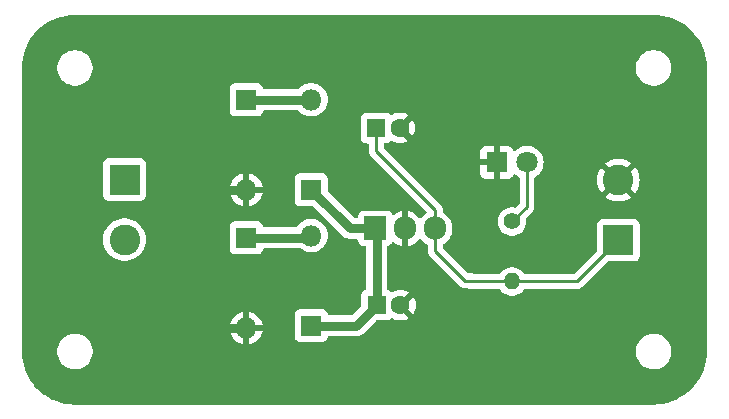
<source format=gbr>
%TF.GenerationSoftware,KiCad,Pcbnew,8.0.5*%
%TF.CreationDate,2024-12-20T15:16:31+03:00*%
%TF.ProjectId,Rectifier,52656374-6966-4696-9572-2e6b69636164,v01*%
%TF.SameCoordinates,Original*%
%TF.FileFunction,Copper,L1,Top*%
%TF.FilePolarity,Positive*%
%FSLAX46Y46*%
G04 Gerber Fmt 4.6, Leading zero omitted, Abs format (unit mm)*
G04 Created by KiCad (PCBNEW 8.0.5) date 2024-12-20 15:16:31*
%MOMM*%
%LPD*%
G01*
G04 APERTURE LIST*
%TA.AperFunction,ComponentPad*%
%ADD10R,1.905000X2.000000*%
%TD*%
%TA.AperFunction,ComponentPad*%
%ADD11O,1.905000X2.000000*%
%TD*%
%TA.AperFunction,ComponentPad*%
%ADD12C,1.400000*%
%TD*%
%TA.AperFunction,ComponentPad*%
%ADD13O,1.400000X1.400000*%
%TD*%
%TA.AperFunction,ComponentPad*%
%ADD14R,1.800000X1.800000*%
%TD*%
%TA.AperFunction,ComponentPad*%
%ADD15C,1.800000*%
%TD*%
%TA.AperFunction,ComponentPad*%
%ADD16R,2.600000X2.600000*%
%TD*%
%TA.AperFunction,ComponentPad*%
%ADD17C,2.600000*%
%TD*%
%TA.AperFunction,ComponentPad*%
%ADD18O,1.800000X1.800000*%
%TD*%
%TA.AperFunction,ComponentPad*%
%ADD19R,1.600000X1.600000*%
%TD*%
%TA.AperFunction,ComponentPad*%
%ADD20C,1.600000*%
%TD*%
%TA.AperFunction,Conductor*%
%ADD21C,0.254000*%
%TD*%
%TA.AperFunction,Conductor*%
%ADD22C,0.762000*%
%TD*%
G04 APERTURE END LIST*
D10*
%TO.P,U1,1,VI*%
%TO.N,Net-(D3-K)*%
X145420000Y-61580000D03*
D11*
%TO.P,U1,2,GND*%
%TO.N,GND*%
X147960000Y-61580000D03*
%TO.P,U1,3,VO*%
%TO.N,Net-(J2-Pin_1)*%
X150500000Y-61580000D03*
%TD*%
D12*
%TO.P,R1,1*%
%TO.N,Net-(LED1-A)*%
X157000000Y-61000000D03*
D13*
%TO.P,R1,2*%
%TO.N,Net-(J2-Pin_1)*%
X157000000Y-66080000D03*
%TD*%
D14*
%TO.P,LED1,1,K*%
%TO.N,GND*%
X155725000Y-56000000D03*
D15*
%TO.P,LED1,2,A*%
%TO.N,Net-(LED1-A)*%
X158265000Y-56000000D03*
%TD*%
D16*
%TO.P,J2,1,Pin_1*%
%TO.N,Net-(J2-Pin_1)*%
X166000000Y-62580000D03*
D17*
%TO.P,J2,2,Pin_2*%
%TO.N,GND*%
X166000000Y-57500000D03*
%TD*%
D16*
%TO.P,J1,1,Pin_1*%
%TO.N,Net-(D2-K)*%
X124195000Y-57455000D03*
D17*
%TO.P,J1,2,Pin_2*%
%TO.N,Net-(D1-K)*%
X124195000Y-62535000D03*
%TD*%
D14*
%TO.P,D4,1,K*%
%TO.N,Net-(D3-K)*%
X140000000Y-69810000D03*
D18*
%TO.P,D4,2,A*%
%TO.N,Net-(D1-K)*%
X140000000Y-62190000D03*
%TD*%
D14*
%TO.P,D3,1,K*%
%TO.N,Net-(D3-K)*%
X140000000Y-58310000D03*
D18*
%TO.P,D3,2,A*%
%TO.N,Net-(D2-K)*%
X140000000Y-50690000D03*
%TD*%
D14*
%TO.P,D2,1,K*%
%TO.N,Net-(D2-K)*%
X134500000Y-50690000D03*
D18*
%TO.P,D2,2,A*%
%TO.N,GND*%
X134500000Y-58310000D03*
%TD*%
D14*
%TO.P,D1,1,K*%
%TO.N,Net-(D1-K)*%
X134500000Y-62380000D03*
D18*
%TO.P,D1,2,A*%
%TO.N,GND*%
X134500000Y-70000000D03*
%TD*%
D19*
%TO.P,C2,1*%
%TO.N,Net-(D3-K)*%
X145544888Y-68080000D03*
D20*
%TO.P,C2,2*%
%TO.N,GND*%
X147544888Y-68080000D03*
%TD*%
D19*
%TO.P,C1,1*%
%TO.N,Net-(J2-Pin_1)*%
X145500000Y-53080000D03*
D20*
%TO.P,C1,2*%
%TO.N,GND*%
X147500000Y-53080000D03*
%TD*%
D21*
%TO.N,Net-(LED1-A)*%
X158265000Y-59735000D02*
X158265000Y-56000000D01*
X157000000Y-61000000D02*
X158265000Y-59735000D01*
%TO.N,Net-(J2-Pin_1)*%
X162500000Y-66080000D02*
X166000000Y-62580000D01*
X157000000Y-66080000D02*
X162500000Y-66080000D01*
X150500000Y-63500000D02*
X153000000Y-66000000D01*
X153580000Y-66080000D02*
X157000000Y-66080000D01*
X150500000Y-61580000D02*
X150500000Y-63500000D01*
X153000000Y-66000000D02*
X153500000Y-66000000D01*
X153500000Y-66000000D02*
X153580000Y-66080000D01*
X150500000Y-60000000D02*
X145500000Y-55000000D01*
X150500000Y-61580000D02*
X150500000Y-60000000D01*
X145500000Y-55000000D02*
X145500000Y-53080000D01*
D22*
%TO.N,Net-(D3-K)*%
X143270000Y-61580000D02*
X140000000Y-58310000D01*
X145420000Y-61580000D02*
X143270000Y-61580000D01*
X145544888Y-61704888D02*
X145420000Y-61580000D01*
X145544888Y-68080000D02*
X145544888Y-61704888D01*
X140000000Y-69810000D02*
X143814888Y-69810000D01*
X143814888Y-69810000D02*
X145544888Y-68080000D01*
%TO.N,GND*%
X132500000Y-70000000D02*
X134500000Y-70000000D01*
X131500000Y-69000000D02*
X132500000Y-70000000D01*
X131500000Y-59000000D02*
X131500000Y-69000000D01*
X132190000Y-58310000D02*
X131500000Y-59000000D01*
X134500000Y-58310000D02*
X132190000Y-58310000D01*
%TO.N,Net-(D2-K)*%
X134500000Y-50690000D02*
X140000000Y-50690000D01*
%TO.N,Net-(D1-K)*%
X134500000Y-62380000D02*
X139810000Y-62380000D01*
X139810000Y-62380000D02*
X140000000Y-62190000D01*
%TD*%
%TA.AperFunction,Conductor*%
%TO.N,GND*%
G36*
X169002702Y-43500617D02*
G01*
X169386771Y-43517386D01*
X169397506Y-43518326D01*
X169775971Y-43568152D01*
X169786597Y-43570025D01*
X170159284Y-43652648D01*
X170169710Y-43655442D01*
X170533765Y-43770227D01*
X170543911Y-43773920D01*
X170896578Y-43920000D01*
X170906369Y-43924566D01*
X171244942Y-44100816D01*
X171254310Y-44106224D01*
X171576244Y-44311318D01*
X171585105Y-44317523D01*
X171887930Y-44549889D01*
X171896217Y-44556843D01*
X172177635Y-44814715D01*
X172185284Y-44822364D01*
X172443156Y-45103782D01*
X172450110Y-45112069D01*
X172682476Y-45414894D01*
X172688681Y-45423755D01*
X172893775Y-45745689D01*
X172899183Y-45755057D01*
X173075430Y-46093623D01*
X173080002Y-46103427D01*
X173226075Y-46456078D01*
X173229775Y-46466244D01*
X173344554Y-46830278D01*
X173347354Y-46840727D01*
X173429971Y-47213389D01*
X173431849Y-47224042D01*
X173481671Y-47602473D01*
X173482614Y-47613249D01*
X173499382Y-47997297D01*
X173499500Y-48002706D01*
X173499500Y-71997293D01*
X173499382Y-72002702D01*
X173482614Y-72386750D01*
X173481671Y-72397526D01*
X173431849Y-72775957D01*
X173429971Y-72786610D01*
X173347354Y-73159272D01*
X173344554Y-73169721D01*
X173229775Y-73533755D01*
X173226075Y-73543921D01*
X173080002Y-73896572D01*
X173075430Y-73906376D01*
X172899183Y-74244942D01*
X172893775Y-74254310D01*
X172688681Y-74576244D01*
X172682476Y-74585105D01*
X172450110Y-74887930D01*
X172443156Y-74896217D01*
X172185284Y-75177635D01*
X172177635Y-75185284D01*
X171896217Y-75443156D01*
X171887930Y-75450110D01*
X171585105Y-75682476D01*
X171576244Y-75688681D01*
X171254310Y-75893775D01*
X171244942Y-75899183D01*
X170906376Y-76075430D01*
X170896572Y-76080002D01*
X170543921Y-76226075D01*
X170533755Y-76229775D01*
X170169721Y-76344554D01*
X170159272Y-76347354D01*
X169786610Y-76429971D01*
X169775957Y-76431849D01*
X169397526Y-76481671D01*
X169386750Y-76482614D01*
X169002703Y-76499382D01*
X168997294Y-76499500D01*
X120002706Y-76499500D01*
X119997297Y-76499382D01*
X119613249Y-76482614D01*
X119602473Y-76481671D01*
X119224042Y-76431849D01*
X119213389Y-76429971D01*
X118840727Y-76347354D01*
X118830278Y-76344554D01*
X118466244Y-76229775D01*
X118456078Y-76226075D01*
X118103427Y-76080002D01*
X118093623Y-76075430D01*
X117755057Y-75899183D01*
X117745689Y-75893775D01*
X117423755Y-75688681D01*
X117414894Y-75682476D01*
X117112069Y-75450110D01*
X117103782Y-75443156D01*
X116822364Y-75185284D01*
X116814715Y-75177635D01*
X116556843Y-74896217D01*
X116549889Y-74887930D01*
X116317523Y-74585105D01*
X116311318Y-74576244D01*
X116106224Y-74254310D01*
X116100816Y-74244942D01*
X115924569Y-73906376D01*
X115919997Y-73896572D01*
X115773924Y-73543921D01*
X115770224Y-73533755D01*
X115759739Y-73500500D01*
X115655442Y-73169710D01*
X115652648Y-73159284D01*
X115570025Y-72786597D01*
X115568152Y-72775971D01*
X115518326Y-72397506D01*
X115517386Y-72386771D01*
X115500618Y-72002702D01*
X115500500Y-71997293D01*
X115500500Y-71881902D01*
X118499500Y-71881902D01*
X118499500Y-72118097D01*
X118536446Y-72351368D01*
X118609433Y-72575996D01*
X118662912Y-72680953D01*
X118716657Y-72786433D01*
X118855483Y-72977510D01*
X119022490Y-73144517D01*
X119213567Y-73283343D01*
X119312991Y-73334002D01*
X119424003Y-73390566D01*
X119424005Y-73390566D01*
X119424008Y-73390568D01*
X119544412Y-73429689D01*
X119648631Y-73463553D01*
X119881903Y-73500500D01*
X119881908Y-73500500D01*
X120118097Y-73500500D01*
X120351368Y-73463553D01*
X120575992Y-73390568D01*
X120786433Y-73283343D01*
X120977510Y-73144517D01*
X121144517Y-72977510D01*
X121283343Y-72786433D01*
X121390568Y-72575992D01*
X121463553Y-72351368D01*
X121500500Y-72118097D01*
X121500500Y-71881902D01*
X167499500Y-71881902D01*
X167499500Y-72118097D01*
X167536446Y-72351368D01*
X167609433Y-72575996D01*
X167662912Y-72680953D01*
X167716657Y-72786433D01*
X167855483Y-72977510D01*
X168022490Y-73144517D01*
X168213567Y-73283343D01*
X168312991Y-73334002D01*
X168424003Y-73390566D01*
X168424005Y-73390566D01*
X168424008Y-73390568D01*
X168544412Y-73429689D01*
X168648631Y-73463553D01*
X168881903Y-73500500D01*
X168881908Y-73500500D01*
X169118097Y-73500500D01*
X169351368Y-73463553D01*
X169575992Y-73390568D01*
X169786433Y-73283343D01*
X169977510Y-73144517D01*
X170144517Y-72977510D01*
X170283343Y-72786433D01*
X170390568Y-72575992D01*
X170463553Y-72351368D01*
X170500500Y-72118097D01*
X170500500Y-71881902D01*
X170463553Y-71648631D01*
X170390566Y-71424003D01*
X170334002Y-71312991D01*
X170283343Y-71213567D01*
X170144517Y-71022490D01*
X169977510Y-70855483D01*
X169786433Y-70716657D01*
X169575996Y-70609433D01*
X169351368Y-70536446D01*
X169118097Y-70499500D01*
X169118092Y-70499500D01*
X168881908Y-70499500D01*
X168881903Y-70499500D01*
X168648631Y-70536446D01*
X168424003Y-70609433D01*
X168213566Y-70716657D01*
X168156838Y-70757873D01*
X168022490Y-70855483D01*
X168022488Y-70855485D01*
X168022487Y-70855485D01*
X167855485Y-71022487D01*
X167855485Y-71022488D01*
X167855483Y-71022490D01*
X167847449Y-71033548D01*
X167716657Y-71213566D01*
X167609433Y-71424003D01*
X167536446Y-71648631D01*
X167499500Y-71881902D01*
X121500500Y-71881902D01*
X121463553Y-71648631D01*
X121390566Y-71424003D01*
X121334002Y-71312991D01*
X121283343Y-71213567D01*
X121144517Y-71022490D01*
X120977510Y-70855483D01*
X120786433Y-70716657D01*
X120575996Y-70609433D01*
X120351368Y-70536446D01*
X120118097Y-70499500D01*
X120118092Y-70499500D01*
X119881908Y-70499500D01*
X119881903Y-70499500D01*
X119648631Y-70536446D01*
X119424003Y-70609433D01*
X119213566Y-70716657D01*
X119156838Y-70757873D01*
X119022490Y-70855483D01*
X119022488Y-70855485D01*
X119022487Y-70855485D01*
X118855485Y-71022487D01*
X118855485Y-71022488D01*
X118855483Y-71022490D01*
X118847449Y-71033548D01*
X118716657Y-71213566D01*
X118609433Y-71424003D01*
X118536446Y-71648631D01*
X118499500Y-71881902D01*
X115500500Y-71881902D01*
X115500500Y-69750000D01*
X133119117Y-69750000D01*
X134124722Y-69750000D01*
X134080667Y-69826306D01*
X134050000Y-69940756D01*
X134050000Y-70059244D01*
X134080667Y-70173694D01*
X134124722Y-70250000D01*
X133119117Y-70250000D01*
X133171317Y-70456135D01*
X133264516Y-70668609D01*
X133391414Y-70862842D01*
X133548558Y-71033545D01*
X133548562Y-71033548D01*
X133731644Y-71176047D01*
X133731648Y-71176050D01*
X133935697Y-71286476D01*
X133935706Y-71286479D01*
X134155139Y-71361811D01*
X134249999Y-71377640D01*
X134250000Y-71377639D01*
X134250000Y-70375277D01*
X134326306Y-70419333D01*
X134440756Y-70450000D01*
X134559244Y-70450000D01*
X134673694Y-70419333D01*
X134750000Y-70375277D01*
X134750000Y-71377640D01*
X134844860Y-71361811D01*
X135064293Y-71286479D01*
X135064302Y-71286476D01*
X135268351Y-71176050D01*
X135268355Y-71176047D01*
X135451437Y-71033548D01*
X135451441Y-71033545D01*
X135608585Y-70862842D01*
X135735483Y-70668609D01*
X135828682Y-70456135D01*
X135880883Y-70250000D01*
X134875278Y-70250000D01*
X134919333Y-70173694D01*
X134950000Y-70059244D01*
X134950000Y-69940756D01*
X134919333Y-69826306D01*
X134875278Y-69750000D01*
X135880883Y-69750000D01*
X135828682Y-69543864D01*
X135735483Y-69331390D01*
X135608585Y-69137157D01*
X135451441Y-68966454D01*
X135451437Y-68966451D01*
X135268355Y-68823952D01*
X135268351Y-68823949D01*
X135064302Y-68713523D01*
X135064293Y-68713520D01*
X134844861Y-68638188D01*
X134750000Y-68622359D01*
X134750000Y-69624722D01*
X134673694Y-69580667D01*
X134559244Y-69550000D01*
X134440756Y-69550000D01*
X134326306Y-69580667D01*
X134250000Y-69624722D01*
X134250000Y-68622359D01*
X134249999Y-68622359D01*
X134155138Y-68638188D01*
X133935706Y-68713520D01*
X133935697Y-68713523D01*
X133731648Y-68823949D01*
X133731644Y-68823952D01*
X133548562Y-68966451D01*
X133548558Y-68966454D01*
X133391414Y-69137157D01*
X133264516Y-69331390D01*
X133171317Y-69543864D01*
X133119117Y-69750000D01*
X115500500Y-69750000D01*
X115500500Y-62534995D01*
X122389451Y-62534995D01*
X122389451Y-62535004D01*
X122409616Y-62804101D01*
X122469664Y-63067188D01*
X122469666Y-63067195D01*
X122568256Y-63318396D01*
X122568258Y-63318400D01*
X122573727Y-63327872D01*
X122703185Y-63552102D01*
X122807595Y-63683027D01*
X122871442Y-63763089D01*
X123019006Y-63900007D01*
X123069259Y-63946635D01*
X123292226Y-64098651D01*
X123535359Y-64215738D01*
X123793228Y-64295280D01*
X123793229Y-64295280D01*
X123793232Y-64295281D01*
X124060063Y-64335499D01*
X124060068Y-64335499D01*
X124060071Y-64335500D01*
X124060072Y-64335500D01*
X124329928Y-64335500D01*
X124329929Y-64335500D01*
X124407574Y-64323797D01*
X124596767Y-64295281D01*
X124596768Y-64295280D01*
X124596772Y-64295280D01*
X124854641Y-64215738D01*
X125097775Y-64098651D01*
X125320741Y-63946635D01*
X125481758Y-63797233D01*
X125518557Y-63763089D01*
X125518557Y-63763087D01*
X125518561Y-63763085D01*
X125686815Y-63552102D01*
X125821743Y-63318398D01*
X125920334Y-63067195D01*
X125980383Y-62804103D01*
X125989122Y-62687483D01*
X126000549Y-62535004D01*
X126000549Y-62534995D01*
X125980383Y-62265898D01*
X125980111Y-62264705D01*
X125920334Y-62002805D01*
X125821743Y-61751602D01*
X125686815Y-61517898D01*
X125618421Y-61432135D01*
X133099500Y-61432135D01*
X133099500Y-63327870D01*
X133099501Y-63327876D01*
X133105908Y-63387483D01*
X133156202Y-63522328D01*
X133156206Y-63522335D01*
X133242452Y-63637544D01*
X133242455Y-63637547D01*
X133357664Y-63723793D01*
X133357671Y-63723797D01*
X133492517Y-63774091D01*
X133492516Y-63774091D01*
X133499444Y-63774835D01*
X133552127Y-63780500D01*
X135447872Y-63780499D01*
X135507483Y-63774091D01*
X135642331Y-63723796D01*
X135757546Y-63637546D01*
X135843796Y-63522331D01*
X135894091Y-63387483D01*
X135895730Y-63372242D01*
X135922469Y-63307692D01*
X135979862Y-63267845D01*
X136019019Y-63261500D01*
X139053938Y-63261500D01*
X139120977Y-63281185D01*
X139130100Y-63287646D01*
X139169608Y-63318396D01*
X139231374Y-63366470D01*
X139435497Y-63476936D01*
X139549487Y-63516068D01*
X139655015Y-63552297D01*
X139655017Y-63552297D01*
X139655019Y-63552298D01*
X139883951Y-63590500D01*
X139883952Y-63590500D01*
X140116048Y-63590500D01*
X140116049Y-63590500D01*
X140344981Y-63552298D01*
X140564503Y-63476936D01*
X140768626Y-63366470D01*
X140818220Y-63327870D01*
X140869899Y-63287646D01*
X140951784Y-63223913D01*
X141108979Y-63053153D01*
X141235924Y-62858849D01*
X141329157Y-62646300D01*
X141386134Y-62421305D01*
X141388808Y-62389038D01*
X141405300Y-62190006D01*
X141405300Y-62189993D01*
X141386135Y-61958702D01*
X141386133Y-61958691D01*
X141329157Y-61733699D01*
X141235924Y-61521151D01*
X141108983Y-61326852D01*
X141108980Y-61326849D01*
X141108979Y-61326847D01*
X140951784Y-61156087D01*
X140951779Y-61156083D01*
X140951777Y-61156081D01*
X140768634Y-61013535D01*
X140768628Y-61013531D01*
X140564504Y-60903064D01*
X140564495Y-60903061D01*
X140344984Y-60827702D01*
X140173282Y-60799050D01*
X140116049Y-60789500D01*
X139883951Y-60789500D01*
X139838164Y-60797140D01*
X139655015Y-60827702D01*
X139435504Y-60903061D01*
X139435495Y-60903064D01*
X139231371Y-61013531D01*
X139231365Y-61013535D01*
X139048222Y-61156081D01*
X139048219Y-61156084D01*
X138891016Y-61326852D01*
X138815578Y-61442321D01*
X138762432Y-61487678D01*
X138711769Y-61498500D01*
X136019019Y-61498500D01*
X135951980Y-61478815D01*
X135906225Y-61426011D01*
X135895729Y-61387754D01*
X135895611Y-61386658D01*
X135894091Y-61372517D01*
X135843796Y-61237669D01*
X135843795Y-61237668D01*
X135843793Y-61237664D01*
X135757547Y-61122455D01*
X135757544Y-61122452D01*
X135642335Y-61036206D01*
X135642328Y-61036202D01*
X135507482Y-60985908D01*
X135507483Y-60985908D01*
X135447883Y-60979501D01*
X135447881Y-60979500D01*
X135447873Y-60979500D01*
X135447864Y-60979500D01*
X133552129Y-60979500D01*
X133552123Y-60979501D01*
X133492516Y-60985908D01*
X133357671Y-61036202D01*
X133357664Y-61036206D01*
X133242455Y-61122452D01*
X133242452Y-61122455D01*
X133156206Y-61237664D01*
X133156202Y-61237671D01*
X133105908Y-61372517D01*
X133099501Y-61432116D01*
X133099500Y-61432135D01*
X125618421Y-61432135D01*
X125518561Y-61306915D01*
X125518560Y-61306914D01*
X125518557Y-61306910D01*
X125320741Y-61123365D01*
X125319402Y-61122452D01*
X125097775Y-60971349D01*
X125097769Y-60971346D01*
X125097768Y-60971345D01*
X125097767Y-60971344D01*
X124854643Y-60854263D01*
X124854645Y-60854263D01*
X124596773Y-60774720D01*
X124596767Y-60774718D01*
X124329936Y-60734500D01*
X124329929Y-60734500D01*
X124060071Y-60734500D01*
X124060063Y-60734500D01*
X123793232Y-60774718D01*
X123793226Y-60774720D01*
X123535358Y-60854262D01*
X123292230Y-60971346D01*
X123069258Y-61123365D01*
X122871442Y-61306910D01*
X122703185Y-61517898D01*
X122568258Y-61751599D01*
X122568256Y-61751603D01*
X122469666Y-62002804D01*
X122469664Y-62002811D01*
X122409616Y-62265898D01*
X122389451Y-62534995D01*
X115500500Y-62534995D01*
X115500500Y-56107135D01*
X122394500Y-56107135D01*
X122394500Y-58802870D01*
X122394501Y-58802876D01*
X122400908Y-58862483D01*
X122451202Y-58997328D01*
X122451206Y-58997335D01*
X122537452Y-59112544D01*
X122537455Y-59112547D01*
X122652664Y-59198793D01*
X122652671Y-59198797D01*
X122787517Y-59249091D01*
X122787516Y-59249091D01*
X122794444Y-59249835D01*
X122847127Y-59255500D01*
X125542872Y-59255499D01*
X125602483Y-59249091D01*
X125737331Y-59198796D01*
X125852546Y-59112546D01*
X125938796Y-58997331D01*
X125989091Y-58862483D01*
X125995500Y-58802873D01*
X125995500Y-58060000D01*
X133119117Y-58060000D01*
X134124722Y-58060000D01*
X134080667Y-58136306D01*
X134050000Y-58250756D01*
X134050000Y-58369244D01*
X134080667Y-58483694D01*
X134124722Y-58560000D01*
X133119117Y-58560000D01*
X133171317Y-58766135D01*
X133264516Y-58978609D01*
X133391414Y-59172842D01*
X133548558Y-59343545D01*
X133548562Y-59343548D01*
X133731644Y-59486047D01*
X133731648Y-59486050D01*
X133935697Y-59596476D01*
X133935706Y-59596479D01*
X134155139Y-59671811D01*
X134249999Y-59687640D01*
X134250000Y-59687639D01*
X134250000Y-58685277D01*
X134326306Y-58729333D01*
X134440756Y-58760000D01*
X134559244Y-58760000D01*
X134673694Y-58729333D01*
X134750000Y-58685277D01*
X134750000Y-59687640D01*
X134844860Y-59671811D01*
X135064293Y-59596479D01*
X135064302Y-59596476D01*
X135268351Y-59486050D01*
X135268355Y-59486047D01*
X135451437Y-59343548D01*
X135451441Y-59343545D01*
X135608585Y-59172842D01*
X135735483Y-58978609D01*
X135828682Y-58766135D01*
X135880883Y-58560000D01*
X134875278Y-58560000D01*
X134919333Y-58483694D01*
X134950000Y-58369244D01*
X134950000Y-58250756D01*
X134919333Y-58136306D01*
X134875278Y-58060000D01*
X135880883Y-58060000D01*
X135828682Y-57853864D01*
X135735483Y-57641390D01*
X135608585Y-57447157D01*
X135530316Y-57362135D01*
X138599500Y-57362135D01*
X138599500Y-59257870D01*
X138599501Y-59257876D01*
X138605908Y-59317483D01*
X138656202Y-59452328D01*
X138656206Y-59452335D01*
X138742452Y-59567544D01*
X138742455Y-59567547D01*
X138857664Y-59653793D01*
X138857671Y-59653797D01*
X138992517Y-59704091D01*
X138992516Y-59704091D01*
X138999444Y-59704835D01*
X139052127Y-59710500D01*
X140102507Y-59710499D01*
X140169546Y-59730183D01*
X140190188Y-59746818D01*
X142585294Y-62141923D01*
X142708077Y-62264706D01*
X142776749Y-62310591D01*
X142852453Y-62361175D01*
X142852455Y-62361176D01*
X142852459Y-62361178D01*
X143012871Y-62427622D01*
X143012876Y-62427624D01*
X143012880Y-62427624D01*
X143012881Y-62427625D01*
X143183176Y-62461500D01*
X143183179Y-62461500D01*
X143183180Y-62461500D01*
X143843001Y-62461500D01*
X143910040Y-62481185D01*
X143955795Y-62533989D01*
X143967001Y-62585500D01*
X143967001Y-62627876D01*
X143973408Y-62687483D01*
X144023702Y-62822328D01*
X144023706Y-62822335D01*
X144109952Y-62937544D01*
X144109955Y-62937547D01*
X144225164Y-63023793D01*
X144225171Y-63023797D01*
X144270118Y-63040561D01*
X144360017Y-63074091D01*
X144419627Y-63080500D01*
X144539388Y-63080499D01*
X144606427Y-63100183D01*
X144652182Y-63152987D01*
X144663388Y-63204499D01*
X144663388Y-66690122D01*
X144643703Y-66757161D01*
X144590899Y-66802916D01*
X144582721Y-66806304D01*
X144502559Y-66836202D01*
X144502552Y-66836206D01*
X144387343Y-66922452D01*
X144387340Y-66922455D01*
X144301094Y-67037664D01*
X144301090Y-67037671D01*
X144250796Y-67172517D01*
X144244389Y-67232116D01*
X144244388Y-67232135D01*
X144244388Y-68082508D01*
X144224703Y-68149547D01*
X144208069Y-68170189D01*
X143486077Y-68892181D01*
X143424754Y-68925666D01*
X143398396Y-68928500D01*
X141519019Y-68928500D01*
X141451980Y-68908815D01*
X141406225Y-68856011D01*
X141395729Y-68817754D01*
X141395611Y-68816658D01*
X141394091Y-68802517D01*
X141343796Y-68667669D01*
X141343795Y-68667668D01*
X141343793Y-68667664D01*
X141257547Y-68552455D01*
X141257544Y-68552452D01*
X141142335Y-68466206D01*
X141142328Y-68466202D01*
X141007482Y-68415908D01*
X141007483Y-68415908D01*
X140947883Y-68409501D01*
X140947881Y-68409500D01*
X140947873Y-68409500D01*
X140947864Y-68409500D01*
X139052129Y-68409500D01*
X139052123Y-68409501D01*
X138992516Y-68415908D01*
X138857671Y-68466202D01*
X138857664Y-68466206D01*
X138742455Y-68552452D01*
X138742452Y-68552455D01*
X138656206Y-68667664D01*
X138656202Y-68667671D01*
X138605908Y-68802517D01*
X138599501Y-68862116D01*
X138599500Y-68862135D01*
X138599500Y-70757870D01*
X138599501Y-70757876D01*
X138605908Y-70817483D01*
X138656202Y-70952328D01*
X138656206Y-70952335D01*
X138742452Y-71067544D01*
X138742455Y-71067547D01*
X138857664Y-71153793D01*
X138857671Y-71153797D01*
X138992517Y-71204091D01*
X138992516Y-71204091D01*
X138999444Y-71204835D01*
X139052127Y-71210500D01*
X140947872Y-71210499D01*
X141007483Y-71204091D01*
X141142331Y-71153796D01*
X141257546Y-71067546D01*
X141343796Y-70952331D01*
X141394091Y-70817483D01*
X141395730Y-70802242D01*
X141422469Y-70737692D01*
X141479862Y-70697845D01*
X141519019Y-70691500D01*
X143901711Y-70691500D01*
X144016788Y-70668609D01*
X144072012Y-70657624D01*
X144188356Y-70609433D01*
X144232431Y-70591177D01*
X144232432Y-70591176D01*
X144232435Y-70591175D01*
X144376812Y-70494706D01*
X145454698Y-69416817D01*
X145516021Y-69383333D01*
X145542379Y-69380499D01*
X146392759Y-69380499D01*
X146392760Y-69380499D01*
X146452371Y-69374091D01*
X146587219Y-69323796D01*
X146702434Y-69237546D01*
X146709238Y-69228455D01*
X146765168Y-69186584D01*
X146834859Y-69181597D01*
X146879628Y-69201188D01*
X146892400Y-69210130D01*
X146892406Y-69210134D01*
X147098561Y-69306265D01*
X147098570Y-69306269D01*
X147318277Y-69365139D01*
X147318288Y-69365141D01*
X147544886Y-69384966D01*
X147544890Y-69384966D01*
X147771487Y-69365141D01*
X147771498Y-69365139D01*
X147991205Y-69306269D01*
X147991219Y-69306264D01*
X148197366Y-69210136D01*
X148270359Y-69159024D01*
X147591335Y-68480000D01*
X147597549Y-68480000D01*
X147699282Y-68452741D01*
X147790494Y-68400080D01*
X147864968Y-68325606D01*
X147917629Y-68234394D01*
X147944888Y-68132661D01*
X147944888Y-68126447D01*
X148623912Y-68805471D01*
X148675024Y-68732478D01*
X148771152Y-68526331D01*
X148771157Y-68526317D01*
X148830027Y-68306610D01*
X148830029Y-68306599D01*
X148849854Y-68080002D01*
X148849854Y-68079997D01*
X148830029Y-67853400D01*
X148830027Y-67853389D01*
X148771157Y-67633682D01*
X148771152Y-67633668D01*
X148675024Y-67427521D01*
X148675020Y-67427513D01*
X148623913Y-67354526D01*
X147944888Y-68033551D01*
X147944888Y-68027339D01*
X147917629Y-67925606D01*
X147864968Y-67834394D01*
X147790494Y-67759920D01*
X147699282Y-67707259D01*
X147597549Y-67680000D01*
X147591335Y-67680000D01*
X148270360Y-67000974D01*
X148197366Y-66949863D01*
X147991219Y-66853735D01*
X147991205Y-66853730D01*
X147771498Y-66794860D01*
X147771487Y-66794858D01*
X147544890Y-66775034D01*
X147544886Y-66775034D01*
X147318288Y-66794858D01*
X147318277Y-66794860D01*
X147098570Y-66853730D01*
X147098561Y-66853734D01*
X146892400Y-66949868D01*
X146892395Y-66949871D01*
X146879624Y-66958813D01*
X146813417Y-66981138D01*
X146745651Y-66964124D01*
X146709240Y-66931546D01*
X146702434Y-66922454D01*
X146702432Y-66922453D01*
X146702432Y-66922452D01*
X146587223Y-66836206D01*
X146587216Y-66836202D01*
X146507055Y-66806304D01*
X146451121Y-66764433D01*
X146426704Y-66698968D01*
X146426388Y-66690122D01*
X146426388Y-63180176D01*
X146446073Y-63113137D01*
X146498877Y-63067382D01*
X146507055Y-63063994D01*
X146614828Y-63023797D01*
X146614827Y-63023797D01*
X146614831Y-63023796D01*
X146730046Y-62937546D01*
X146816296Y-62822331D01*
X146826872Y-62793974D01*
X146868740Y-62738041D01*
X146934204Y-62713622D01*
X147002477Y-62728472D01*
X147015940Y-62736988D01*
X147198723Y-62869788D01*
X147402429Y-62973582D01*
X147619871Y-63044234D01*
X147710000Y-63058509D01*
X147710000Y-62070747D01*
X147747708Y-62092518D01*
X147887591Y-62130000D01*
X148032409Y-62130000D01*
X148172292Y-62092518D01*
X148210000Y-62070747D01*
X148210000Y-63058508D01*
X148300128Y-63044234D01*
X148517570Y-62973582D01*
X148721276Y-62869788D01*
X148906242Y-62735402D01*
X149067905Y-62573739D01*
X149129371Y-62489137D01*
X149184701Y-62446470D01*
X149254314Y-62440491D01*
X149316109Y-62473096D01*
X149330007Y-62489134D01*
X149391714Y-62574066D01*
X149553434Y-62735786D01*
X149738462Y-62870217D01*
X149804795Y-62904014D01*
X149855590Y-62951988D01*
X149872500Y-63014499D01*
X149872500Y-63561807D01*
X149896612Y-63683027D01*
X149896614Y-63683035D01*
X149916275Y-63730500D01*
X149943915Y-63797229D01*
X149943920Y-63797239D01*
X150012588Y-63900007D01*
X150012591Y-63900011D01*
X152512589Y-66400008D01*
X152592589Y-66480008D01*
X152599994Y-66487413D01*
X152599997Y-66487414D01*
X152702767Y-66556083D01*
X152736215Y-66569937D01*
X152816965Y-66603386D01*
X152938192Y-66627499D01*
X152938196Y-66627500D01*
X152938197Y-66627500D01*
X153237380Y-66627500D01*
X153284832Y-66636939D01*
X153396960Y-66683383D01*
X153396965Y-66683385D01*
X153396969Y-66683385D01*
X153396970Y-66683386D01*
X153518194Y-66707500D01*
X153518197Y-66707500D01*
X153641803Y-66707500D01*
X155907768Y-66707500D01*
X155974807Y-66727185D01*
X156006722Y-66756773D01*
X156109020Y-66892238D01*
X156273437Y-67042123D01*
X156273439Y-67042125D01*
X156462595Y-67159245D01*
X156462596Y-67159245D01*
X156462599Y-67159247D01*
X156670060Y-67239618D01*
X156888757Y-67280500D01*
X156888759Y-67280500D01*
X157111241Y-67280500D01*
X157111243Y-67280500D01*
X157329940Y-67239618D01*
X157537401Y-67159247D01*
X157726562Y-67042124D01*
X157890981Y-66892236D01*
X157993278Y-66756773D01*
X158049387Y-66715137D01*
X158092232Y-66707500D01*
X162561804Y-66707500D01*
X162561805Y-66707499D01*
X162683035Y-66683386D01*
X162763784Y-66649937D01*
X162797233Y-66636083D01*
X162900008Y-66567411D01*
X162987411Y-66480008D01*
X165050600Y-64416817D01*
X165111923Y-64383333D01*
X165138281Y-64380499D01*
X167347871Y-64380499D01*
X167347872Y-64380499D01*
X167407483Y-64374091D01*
X167542331Y-64323796D01*
X167657546Y-64237546D01*
X167743796Y-64122331D01*
X167794091Y-63987483D01*
X167800500Y-63927873D01*
X167800499Y-61232128D01*
X167794091Y-61172517D01*
X167743796Y-61037669D01*
X167743795Y-61037668D01*
X167743793Y-61037664D01*
X167657547Y-60922455D01*
X167657544Y-60922452D01*
X167542335Y-60836206D01*
X167542328Y-60836202D01*
X167407482Y-60785908D01*
X167407483Y-60785908D01*
X167347883Y-60779501D01*
X167347881Y-60779500D01*
X167347873Y-60779500D01*
X167347864Y-60779500D01*
X164652129Y-60779500D01*
X164652123Y-60779501D01*
X164592516Y-60785908D01*
X164457671Y-60836202D01*
X164457664Y-60836206D01*
X164342455Y-60922452D01*
X164342452Y-60922455D01*
X164256206Y-61037664D01*
X164256202Y-61037671D01*
X164205908Y-61172517D01*
X164199501Y-61232116D01*
X164199501Y-61232123D01*
X164199500Y-61232135D01*
X164199500Y-63441718D01*
X164179815Y-63508757D01*
X164163181Y-63529399D01*
X162276400Y-65416181D01*
X162215077Y-65449666D01*
X162188719Y-65452500D01*
X158092232Y-65452500D01*
X158025193Y-65432815D01*
X157993278Y-65403227D01*
X157890979Y-65267761D01*
X157726562Y-65117876D01*
X157726560Y-65117874D01*
X157537404Y-65000754D01*
X157537398Y-65000752D01*
X157329940Y-64920382D01*
X157111243Y-64879500D01*
X156888757Y-64879500D01*
X156670060Y-64920382D01*
X156538864Y-64971207D01*
X156462601Y-65000752D01*
X156462595Y-65000754D01*
X156273439Y-65117874D01*
X156273437Y-65117876D01*
X156109020Y-65267761D01*
X156006722Y-65403227D01*
X155950613Y-65444863D01*
X155907768Y-65452500D01*
X153842620Y-65452500D01*
X153795168Y-65443061D01*
X153737982Y-65419374D01*
X153683035Y-65396614D01*
X153683027Y-65396612D01*
X153561807Y-65372500D01*
X153561803Y-65372500D01*
X153311281Y-65372500D01*
X153244242Y-65352815D01*
X153223600Y-65336181D01*
X151163819Y-63276400D01*
X151130334Y-63215077D01*
X151127500Y-63188719D01*
X151127500Y-63014499D01*
X151147185Y-62947460D01*
X151195204Y-62904015D01*
X151261538Y-62870217D01*
X151446566Y-62735786D01*
X151608286Y-62574066D01*
X151742717Y-62389038D01*
X151846548Y-62185258D01*
X151900208Y-62020110D01*
X151917221Y-61967749D01*
X151917221Y-61967748D01*
X151917222Y-61967745D01*
X151953000Y-61741854D01*
X151953000Y-61418146D01*
X151917222Y-61192255D01*
X151917221Y-61192251D01*
X151917221Y-61192250D01*
X151846549Y-60974744D01*
X151771627Y-60827702D01*
X151742717Y-60770962D01*
X151608286Y-60585934D01*
X151446566Y-60424214D01*
X151261538Y-60289783D01*
X151261537Y-60289782D01*
X151261535Y-60289781D01*
X151195204Y-60255983D01*
X151144409Y-60208008D01*
X151127500Y-60145499D01*
X151127500Y-59938198D01*
X151127500Y-59938197D01*
X151124030Y-59920753D01*
X151103386Y-59816966D01*
X151059286Y-59710500D01*
X151056083Y-59702767D01*
X151045975Y-59687640D01*
X150987414Y-59599996D01*
X150987413Y-59599994D01*
X150954963Y-59567544D01*
X150900008Y-59512589D01*
X146439574Y-55052155D01*
X154325000Y-55052155D01*
X154325000Y-55750000D01*
X155349722Y-55750000D01*
X155305667Y-55826306D01*
X155275000Y-55940756D01*
X155275000Y-56059244D01*
X155305667Y-56173694D01*
X155349722Y-56250000D01*
X154325000Y-56250000D01*
X154325000Y-56947844D01*
X154331401Y-57007372D01*
X154331403Y-57007379D01*
X154381645Y-57142086D01*
X154381649Y-57142093D01*
X154467809Y-57257187D01*
X154467812Y-57257190D01*
X154582906Y-57343350D01*
X154582913Y-57343354D01*
X154717620Y-57393596D01*
X154717627Y-57393598D01*
X154777155Y-57399999D01*
X154777172Y-57400000D01*
X155475000Y-57400000D01*
X155475000Y-56375277D01*
X155551306Y-56419333D01*
X155665756Y-56450000D01*
X155784244Y-56450000D01*
X155898694Y-56419333D01*
X155975000Y-56375277D01*
X155975000Y-57400000D01*
X156672828Y-57400000D01*
X156672844Y-57399999D01*
X156732372Y-57393598D01*
X156732379Y-57393596D01*
X156867086Y-57343354D01*
X156867093Y-57343350D01*
X156982187Y-57257190D01*
X156982190Y-57257187D01*
X157068350Y-57142093D01*
X157068355Y-57142084D01*
X157097075Y-57065081D01*
X157138945Y-57009147D01*
X157204409Y-56984729D01*
X157272682Y-56999580D01*
X157304484Y-57024428D01*
X157313216Y-57033913D01*
X157313219Y-57033915D01*
X157313222Y-57033918D01*
X157496365Y-57176464D01*
X157496375Y-57176471D01*
X157572517Y-57217676D01*
X157622108Y-57266895D01*
X157637500Y-57326731D01*
X157637500Y-59423718D01*
X157617815Y-59490757D01*
X157601181Y-59511399D01*
X157327510Y-59785070D01*
X157266187Y-59818555D01*
X157217044Y-59819277D01*
X157111243Y-59799500D01*
X156888757Y-59799500D01*
X156670060Y-59840382D01*
X156538864Y-59891207D01*
X156462601Y-59920752D01*
X156462595Y-59920754D01*
X156273439Y-60037874D01*
X156273437Y-60037876D01*
X156109020Y-60187761D01*
X155974943Y-60365308D01*
X155974938Y-60365316D01*
X155875775Y-60564461D01*
X155875769Y-60564476D01*
X155814885Y-60778462D01*
X155814884Y-60778464D01*
X155794357Y-60999999D01*
X155794357Y-61000000D01*
X155814884Y-61221535D01*
X155814885Y-61221537D01*
X155875769Y-61435523D01*
X155875775Y-61435538D01*
X155974938Y-61634683D01*
X155974943Y-61634691D01*
X156109020Y-61812238D01*
X156273437Y-61962123D01*
X156273439Y-61962125D01*
X156462595Y-62079245D01*
X156462596Y-62079245D01*
X156462599Y-62079247D01*
X156670060Y-62159618D01*
X156888757Y-62200500D01*
X156888759Y-62200500D01*
X157111241Y-62200500D01*
X157111243Y-62200500D01*
X157329940Y-62159618D01*
X157537401Y-62079247D01*
X157726562Y-61962124D01*
X157890981Y-61812236D01*
X158025058Y-61634689D01*
X158124229Y-61435528D01*
X158185115Y-61221536D01*
X158205643Y-61000000D01*
X158203743Y-60979500D01*
X158184586Y-60772755D01*
X158185730Y-60772648D01*
X158192152Y-60709050D01*
X158219334Y-60668083D01*
X158752411Y-60135008D01*
X158774807Y-60101490D01*
X158785218Y-60085910D01*
X158785218Y-60085909D01*
X158817312Y-60037876D01*
X158821083Y-60032233D01*
X158868385Y-59918035D01*
X158876276Y-59878361D01*
X158892500Y-59796805D01*
X158892500Y-57499995D01*
X164194953Y-57499995D01*
X164194953Y-57500004D01*
X164215113Y-57769026D01*
X164215113Y-57769028D01*
X164275142Y-58032033D01*
X164275148Y-58032052D01*
X164373709Y-58283181D01*
X164373708Y-58283181D01*
X164508602Y-58516822D01*
X164562294Y-58584151D01*
X164562295Y-58584151D01*
X165398958Y-57747488D01*
X165423978Y-57807890D01*
X165495112Y-57914351D01*
X165585649Y-58004888D01*
X165692110Y-58076022D01*
X165752510Y-58101041D01*
X164914848Y-58938702D01*
X165097483Y-59063220D01*
X165097485Y-59063221D01*
X165340539Y-59180269D01*
X165340537Y-59180269D01*
X165598337Y-59259790D01*
X165598343Y-59259792D01*
X165865101Y-59299999D01*
X165865110Y-59300000D01*
X166134890Y-59300000D01*
X166134898Y-59299999D01*
X166401656Y-59259792D01*
X166401662Y-59259790D01*
X166659461Y-59180269D01*
X166902521Y-59063218D01*
X167085150Y-58938702D01*
X166247488Y-58101041D01*
X166307890Y-58076022D01*
X166414351Y-58004888D01*
X166504888Y-57914351D01*
X166576022Y-57807890D01*
X166601041Y-57747488D01*
X167437703Y-58584151D01*
X167437704Y-58584150D01*
X167491393Y-58516828D01*
X167491400Y-58516817D01*
X167626290Y-58283181D01*
X167724851Y-58032052D01*
X167724857Y-58032033D01*
X167784886Y-57769028D01*
X167784886Y-57769026D01*
X167805047Y-57500004D01*
X167805047Y-57499995D01*
X167784886Y-57230973D01*
X167784886Y-57230971D01*
X167724857Y-56967966D01*
X167724851Y-56967947D01*
X167626290Y-56716818D01*
X167626291Y-56716818D01*
X167491397Y-56483177D01*
X167437704Y-56415847D01*
X166601041Y-57252510D01*
X166576022Y-57192110D01*
X166504888Y-57085649D01*
X166414351Y-56995112D01*
X166307890Y-56923978D01*
X166247488Y-56898958D01*
X167085150Y-56061296D01*
X166902517Y-55936779D01*
X166902516Y-55936778D01*
X166659460Y-55819730D01*
X166659462Y-55819730D01*
X166401662Y-55740209D01*
X166401656Y-55740207D01*
X166134898Y-55700000D01*
X165865101Y-55700000D01*
X165598343Y-55740207D01*
X165598337Y-55740209D01*
X165340538Y-55819730D01*
X165097485Y-55936778D01*
X165097476Y-55936783D01*
X164914848Y-56061296D01*
X165752511Y-56898958D01*
X165692110Y-56923978D01*
X165585649Y-56995112D01*
X165495112Y-57085649D01*
X165423978Y-57192110D01*
X165398958Y-57252511D01*
X164562295Y-56415848D01*
X164508600Y-56483180D01*
X164373709Y-56716818D01*
X164275148Y-56967947D01*
X164275142Y-56967966D01*
X164215113Y-57230971D01*
X164215113Y-57230973D01*
X164194953Y-57499995D01*
X158892500Y-57499995D01*
X158892500Y-57326731D01*
X158912185Y-57259692D01*
X158957483Y-57217676D01*
X159004726Y-57192110D01*
X159033626Y-57176470D01*
X159216784Y-57033913D01*
X159373979Y-56863153D01*
X159500924Y-56668849D01*
X159594157Y-56456300D01*
X159651134Y-56231305D01*
X159661423Y-56107135D01*
X159670300Y-56000006D01*
X159670300Y-55999993D01*
X159651135Y-55768702D01*
X159651133Y-55768691D01*
X159594157Y-55543699D01*
X159500924Y-55331151D01*
X159373983Y-55136852D01*
X159373980Y-55136849D01*
X159373979Y-55136847D01*
X159216784Y-54966087D01*
X159216779Y-54966083D01*
X159216777Y-54966081D01*
X159033634Y-54823535D01*
X159033628Y-54823531D01*
X158829504Y-54713064D01*
X158829495Y-54713061D01*
X158609984Y-54637702D01*
X158422404Y-54606401D01*
X158381049Y-54599500D01*
X158148951Y-54599500D01*
X158107596Y-54606401D01*
X157920015Y-54637702D01*
X157700504Y-54713061D01*
X157700495Y-54713064D01*
X157496371Y-54823531D01*
X157496365Y-54823535D01*
X157313222Y-54966081D01*
X157313215Y-54966087D01*
X157304484Y-54975572D01*
X157244595Y-55011561D01*
X157174757Y-55009458D01*
X157117143Y-54969932D01*
X157097075Y-54934918D01*
X157068355Y-54857915D01*
X157068350Y-54857906D01*
X156982190Y-54742812D01*
X156982187Y-54742809D01*
X156867093Y-54656649D01*
X156867086Y-54656645D01*
X156732379Y-54606403D01*
X156732372Y-54606401D01*
X156672844Y-54600000D01*
X155975000Y-54600000D01*
X155975000Y-55624722D01*
X155898694Y-55580667D01*
X155784244Y-55550000D01*
X155665756Y-55550000D01*
X155551306Y-55580667D01*
X155475000Y-55624722D01*
X155475000Y-54600000D01*
X154777155Y-54600000D01*
X154717627Y-54606401D01*
X154717620Y-54606403D01*
X154582913Y-54656645D01*
X154582906Y-54656649D01*
X154467812Y-54742809D01*
X154467809Y-54742812D01*
X154381649Y-54857906D01*
X154381645Y-54857913D01*
X154331403Y-54992620D01*
X154331401Y-54992627D01*
X154325000Y-55052155D01*
X146439574Y-55052155D01*
X146163819Y-54776400D01*
X146130334Y-54715077D01*
X146127500Y-54688719D01*
X146127500Y-54504499D01*
X146147185Y-54437460D01*
X146199989Y-54391705D01*
X146251500Y-54380499D01*
X146347871Y-54380499D01*
X146347872Y-54380499D01*
X146407483Y-54374091D01*
X146542331Y-54323796D01*
X146657546Y-54237546D01*
X146664350Y-54228455D01*
X146720280Y-54186584D01*
X146789971Y-54181597D01*
X146834740Y-54201188D01*
X146847512Y-54210130D01*
X146847518Y-54210134D01*
X147053673Y-54306265D01*
X147053682Y-54306269D01*
X147273389Y-54365139D01*
X147273400Y-54365141D01*
X147499998Y-54384966D01*
X147500002Y-54384966D01*
X147726599Y-54365141D01*
X147726610Y-54365139D01*
X147946317Y-54306269D01*
X147946331Y-54306264D01*
X148152478Y-54210136D01*
X148225471Y-54159024D01*
X147546447Y-53480000D01*
X147552661Y-53480000D01*
X147654394Y-53452741D01*
X147745606Y-53400080D01*
X147820080Y-53325606D01*
X147872741Y-53234394D01*
X147900000Y-53132661D01*
X147900000Y-53126447D01*
X148579024Y-53805471D01*
X148630136Y-53732478D01*
X148726264Y-53526331D01*
X148726269Y-53526317D01*
X148785139Y-53306610D01*
X148785141Y-53306599D01*
X148804966Y-53080002D01*
X148804966Y-53079997D01*
X148785141Y-52853400D01*
X148785139Y-52853389D01*
X148726269Y-52633682D01*
X148726264Y-52633668D01*
X148630136Y-52427521D01*
X148630132Y-52427513D01*
X148579025Y-52354526D01*
X147900000Y-53033551D01*
X147900000Y-53027339D01*
X147872741Y-52925606D01*
X147820080Y-52834394D01*
X147745606Y-52759920D01*
X147654394Y-52707259D01*
X147552661Y-52680000D01*
X147546447Y-52680000D01*
X148225472Y-52000974D01*
X148152478Y-51949863D01*
X147946331Y-51853735D01*
X147946317Y-51853730D01*
X147726610Y-51794860D01*
X147726599Y-51794858D01*
X147500002Y-51775034D01*
X147499998Y-51775034D01*
X147273400Y-51794858D01*
X147273389Y-51794860D01*
X147053682Y-51853730D01*
X147053673Y-51853734D01*
X146847512Y-51949868D01*
X146847507Y-51949871D01*
X146834736Y-51958813D01*
X146768529Y-51981138D01*
X146700763Y-51964124D01*
X146664352Y-51931546D01*
X146657546Y-51922454D01*
X146657544Y-51922453D01*
X146657544Y-51922452D01*
X146542335Y-51836206D01*
X146542328Y-51836202D01*
X146407482Y-51785908D01*
X146407483Y-51785908D01*
X146347883Y-51779501D01*
X146347881Y-51779500D01*
X146347873Y-51779500D01*
X146347864Y-51779500D01*
X144652129Y-51779500D01*
X144652123Y-51779501D01*
X144592516Y-51785908D01*
X144457671Y-51836202D01*
X144457664Y-51836206D01*
X144342455Y-51922452D01*
X144342452Y-51922455D01*
X144256206Y-52037664D01*
X144256202Y-52037671D01*
X144205908Y-52172517D01*
X144199501Y-52232116D01*
X144199500Y-52232135D01*
X144199500Y-53927870D01*
X144199501Y-53927876D01*
X144205908Y-53987483D01*
X144256202Y-54122328D01*
X144256206Y-54122335D01*
X144342452Y-54237544D01*
X144342455Y-54237547D01*
X144457664Y-54323793D01*
X144457671Y-54323797D01*
X144502618Y-54340561D01*
X144592517Y-54374091D01*
X144652127Y-54380500D01*
X144748500Y-54380499D01*
X144815538Y-54400183D01*
X144861294Y-54452986D01*
X144872500Y-54504499D01*
X144872500Y-55061807D01*
X144896612Y-55183027D01*
X144896614Y-55183035D01*
X144929198Y-55261698D01*
X144943917Y-55297233D01*
X144994209Y-55372500D01*
X145012589Y-55400008D01*
X145012590Y-55400009D01*
X145012593Y-55400013D01*
X149730731Y-60118150D01*
X149764216Y-60179473D01*
X149759232Y-60249165D01*
X149717360Y-60305098D01*
X149715936Y-60306149D01*
X149553434Y-60424214D01*
X149553432Y-60424216D01*
X149553431Y-60424216D01*
X149391716Y-60585931D01*
X149391709Y-60585940D01*
X149330007Y-60670864D01*
X149274677Y-60713530D01*
X149205063Y-60719508D01*
X149143269Y-60686901D01*
X149129372Y-60670863D01*
X149067907Y-60586263D01*
X149067902Y-60586257D01*
X148906242Y-60424597D01*
X148721276Y-60290211D01*
X148517568Y-60186417D01*
X148300124Y-60115765D01*
X148210000Y-60101490D01*
X148210000Y-61089252D01*
X148172292Y-61067482D01*
X148032409Y-61030000D01*
X147887591Y-61030000D01*
X147747708Y-61067482D01*
X147710000Y-61089252D01*
X147710000Y-60101490D01*
X147709999Y-60101490D01*
X147619875Y-60115765D01*
X147402431Y-60186417D01*
X147198719Y-60290213D01*
X147015939Y-60423010D01*
X146950132Y-60446490D01*
X146882079Y-60430664D01*
X146833384Y-60380558D01*
X146826875Y-60366033D01*
X146816296Y-60337669D01*
X146816295Y-60337667D01*
X146816293Y-60337664D01*
X146730047Y-60222455D01*
X146730044Y-60222452D01*
X146614835Y-60136206D01*
X146614828Y-60136202D01*
X146479982Y-60085908D01*
X146479983Y-60085908D01*
X146420383Y-60079501D01*
X146420381Y-60079500D01*
X146420373Y-60079500D01*
X146420364Y-60079500D01*
X144419629Y-60079500D01*
X144419623Y-60079501D01*
X144360016Y-60085908D01*
X144225171Y-60136202D01*
X144225164Y-60136206D01*
X144109955Y-60222452D01*
X144109952Y-60222455D01*
X144023706Y-60337664D01*
X144023702Y-60337671D01*
X143973408Y-60472517D01*
X143967001Y-60532116D01*
X143967000Y-60532135D01*
X143967000Y-60574500D01*
X143947315Y-60641539D01*
X143894511Y-60687294D01*
X143843000Y-60698500D01*
X143686491Y-60698500D01*
X143619452Y-60678815D01*
X143598810Y-60662181D01*
X141436818Y-58500188D01*
X141403333Y-58438865D01*
X141400499Y-58412507D01*
X141400499Y-57362129D01*
X141400498Y-57362123D01*
X141400497Y-57362116D01*
X141394091Y-57302517D01*
X141378118Y-57259692D01*
X141343797Y-57167671D01*
X141343793Y-57167664D01*
X141257547Y-57052455D01*
X141257544Y-57052452D01*
X141142335Y-56966206D01*
X141142328Y-56966202D01*
X141007482Y-56915908D01*
X141007483Y-56915908D01*
X140947883Y-56909501D01*
X140947881Y-56909500D01*
X140947873Y-56909500D01*
X140947864Y-56909500D01*
X139052129Y-56909500D01*
X139052123Y-56909501D01*
X138992516Y-56915908D01*
X138857671Y-56966202D01*
X138857664Y-56966206D01*
X138742455Y-57052452D01*
X138742452Y-57052455D01*
X138656206Y-57167664D01*
X138656202Y-57167671D01*
X138605908Y-57302517D01*
X138601518Y-57343354D01*
X138599501Y-57362123D01*
X138599500Y-57362135D01*
X135530316Y-57362135D01*
X135451441Y-57276454D01*
X135451437Y-57276451D01*
X135268355Y-57133952D01*
X135268351Y-57133949D01*
X135064302Y-57023523D01*
X135064293Y-57023520D01*
X134844861Y-56948188D01*
X134750000Y-56932359D01*
X134750000Y-57934722D01*
X134673694Y-57890667D01*
X134559244Y-57860000D01*
X134440756Y-57860000D01*
X134326306Y-57890667D01*
X134250000Y-57934722D01*
X134250000Y-56932359D01*
X134249999Y-56932359D01*
X134155138Y-56948188D01*
X133935706Y-57023520D01*
X133935697Y-57023523D01*
X133731648Y-57133949D01*
X133731644Y-57133952D01*
X133548562Y-57276451D01*
X133548558Y-57276454D01*
X133391414Y-57447157D01*
X133264516Y-57641390D01*
X133171317Y-57853864D01*
X133119117Y-58060000D01*
X125995500Y-58060000D01*
X125995499Y-56107128D01*
X125989091Y-56047517D01*
X125971368Y-56000000D01*
X125938797Y-55912671D01*
X125938793Y-55912664D01*
X125852547Y-55797455D01*
X125852544Y-55797452D01*
X125737335Y-55711206D01*
X125737328Y-55711202D01*
X125602482Y-55660908D01*
X125602483Y-55660908D01*
X125542883Y-55654501D01*
X125542881Y-55654500D01*
X125542873Y-55654500D01*
X125542864Y-55654500D01*
X122847129Y-55654500D01*
X122847123Y-55654501D01*
X122787516Y-55660908D01*
X122652671Y-55711202D01*
X122652664Y-55711206D01*
X122537455Y-55797452D01*
X122537452Y-55797455D01*
X122451206Y-55912664D01*
X122451202Y-55912671D01*
X122400908Y-56047517D01*
X122394501Y-56107116D01*
X122394501Y-56107123D01*
X122394500Y-56107135D01*
X115500500Y-56107135D01*
X115500500Y-49742135D01*
X133099500Y-49742135D01*
X133099500Y-51637870D01*
X133099501Y-51637876D01*
X133105908Y-51697483D01*
X133156202Y-51832328D01*
X133156206Y-51832335D01*
X133242452Y-51947544D01*
X133242455Y-51947547D01*
X133357664Y-52033793D01*
X133357671Y-52033797D01*
X133492517Y-52084091D01*
X133492516Y-52084091D01*
X133499444Y-52084835D01*
X133552127Y-52090500D01*
X135447872Y-52090499D01*
X135507483Y-52084091D01*
X135642331Y-52033796D01*
X135757546Y-51947546D01*
X135843796Y-51832331D01*
X135894091Y-51697483D01*
X135895730Y-51682242D01*
X135922469Y-51617692D01*
X135979862Y-51577845D01*
X136019019Y-51571500D01*
X138853519Y-51571500D01*
X138920558Y-51591185D01*
X138944748Y-51611516D01*
X139048216Y-51723913D01*
X139048219Y-51723915D01*
X139048222Y-51723918D01*
X139231365Y-51866464D01*
X139231371Y-51866468D01*
X139231374Y-51866470D01*
X139334820Y-51922452D01*
X139411822Y-51964124D01*
X139435497Y-51976936D01*
X139549487Y-52016068D01*
X139655015Y-52052297D01*
X139655017Y-52052297D01*
X139655019Y-52052298D01*
X139883951Y-52090500D01*
X139883952Y-52090500D01*
X140116048Y-52090500D01*
X140116049Y-52090500D01*
X140344981Y-52052298D01*
X140564503Y-51976936D01*
X140768626Y-51866470D01*
X140784995Y-51853730D01*
X140880364Y-51779501D01*
X140951784Y-51723913D01*
X141108979Y-51553153D01*
X141235924Y-51358849D01*
X141329157Y-51146300D01*
X141386134Y-50921305D01*
X141405300Y-50690000D01*
X141405300Y-50689993D01*
X141386135Y-50458702D01*
X141386133Y-50458691D01*
X141329157Y-50233699D01*
X141235924Y-50021151D01*
X141108983Y-49826852D01*
X141108980Y-49826849D01*
X141108979Y-49826847D01*
X140951784Y-49656087D01*
X140951779Y-49656083D01*
X140951777Y-49656081D01*
X140768634Y-49513535D01*
X140768628Y-49513531D01*
X140564504Y-49403064D01*
X140564495Y-49403061D01*
X140344984Y-49327702D01*
X140154450Y-49295908D01*
X140116049Y-49289500D01*
X139883951Y-49289500D01*
X139845550Y-49295908D01*
X139655015Y-49327702D01*
X139435504Y-49403061D01*
X139435495Y-49403064D01*
X139231371Y-49513531D01*
X139231365Y-49513535D01*
X139048222Y-49656081D01*
X139048219Y-49656084D01*
X138944749Y-49768483D01*
X138884862Y-49804473D01*
X138853519Y-49808500D01*
X136019019Y-49808500D01*
X135951980Y-49788815D01*
X135906225Y-49736011D01*
X135895729Y-49697754D01*
X135895611Y-49696658D01*
X135894091Y-49682517D01*
X135843796Y-49547669D01*
X135843795Y-49547668D01*
X135843793Y-49547664D01*
X135757547Y-49432455D01*
X135757544Y-49432452D01*
X135642335Y-49346206D01*
X135642328Y-49346202D01*
X135507482Y-49295908D01*
X135507483Y-49295908D01*
X135447883Y-49289501D01*
X135447881Y-49289500D01*
X135447873Y-49289500D01*
X135447864Y-49289500D01*
X133552129Y-49289500D01*
X133552123Y-49289501D01*
X133492516Y-49295908D01*
X133357671Y-49346202D01*
X133357664Y-49346206D01*
X133242455Y-49432452D01*
X133242452Y-49432455D01*
X133156206Y-49547664D01*
X133156202Y-49547671D01*
X133105908Y-49682517D01*
X133099501Y-49742116D01*
X133099500Y-49742135D01*
X115500500Y-49742135D01*
X115500500Y-48002706D01*
X115500618Y-47997297D01*
X115505656Y-47881902D01*
X118499500Y-47881902D01*
X118499500Y-48118097D01*
X118536446Y-48351368D01*
X118609433Y-48575996D01*
X118716657Y-48786433D01*
X118855483Y-48977510D01*
X119022490Y-49144517D01*
X119213567Y-49283343D01*
X119312991Y-49334002D01*
X119424003Y-49390566D01*
X119424005Y-49390566D01*
X119424008Y-49390568D01*
X119462467Y-49403064D01*
X119648631Y-49463553D01*
X119881903Y-49500500D01*
X119881908Y-49500500D01*
X120118097Y-49500500D01*
X120351368Y-49463553D01*
X120447077Y-49432455D01*
X120575992Y-49390568D01*
X120786433Y-49283343D01*
X120977510Y-49144517D01*
X121144517Y-48977510D01*
X121283343Y-48786433D01*
X121390568Y-48575992D01*
X121463553Y-48351368D01*
X121500500Y-48118097D01*
X121500500Y-47881902D01*
X167499500Y-47881902D01*
X167499500Y-48118097D01*
X167536446Y-48351368D01*
X167609433Y-48575996D01*
X167716657Y-48786433D01*
X167855483Y-48977510D01*
X168022490Y-49144517D01*
X168213567Y-49283343D01*
X168312991Y-49334002D01*
X168424003Y-49390566D01*
X168424005Y-49390566D01*
X168424008Y-49390568D01*
X168462467Y-49403064D01*
X168648631Y-49463553D01*
X168881903Y-49500500D01*
X168881908Y-49500500D01*
X169118097Y-49500500D01*
X169351368Y-49463553D01*
X169447077Y-49432455D01*
X169575992Y-49390568D01*
X169786433Y-49283343D01*
X169977510Y-49144517D01*
X170144517Y-48977510D01*
X170283343Y-48786433D01*
X170390568Y-48575992D01*
X170463553Y-48351368D01*
X170500500Y-48118097D01*
X170500500Y-47881902D01*
X170463553Y-47648631D01*
X170390566Y-47424003D01*
X170283342Y-47213566D01*
X170144517Y-47022490D01*
X169977510Y-46855483D01*
X169786433Y-46716657D01*
X169575996Y-46609433D01*
X169351368Y-46536446D01*
X169118097Y-46499500D01*
X169118092Y-46499500D01*
X168881908Y-46499500D01*
X168881903Y-46499500D01*
X168648631Y-46536446D01*
X168424003Y-46609433D01*
X168213566Y-46716657D01*
X168104550Y-46795862D01*
X168022490Y-46855483D01*
X168022488Y-46855485D01*
X168022487Y-46855485D01*
X167855485Y-47022487D01*
X167855485Y-47022488D01*
X167855483Y-47022490D01*
X167795862Y-47104550D01*
X167716657Y-47213566D01*
X167609433Y-47424003D01*
X167536446Y-47648631D01*
X167499500Y-47881902D01*
X121500500Y-47881902D01*
X121463553Y-47648631D01*
X121390566Y-47424003D01*
X121283342Y-47213566D01*
X121144517Y-47022490D01*
X120977510Y-46855483D01*
X120786433Y-46716657D01*
X120575996Y-46609433D01*
X120351368Y-46536446D01*
X120118097Y-46499500D01*
X120118092Y-46499500D01*
X119881908Y-46499500D01*
X119881903Y-46499500D01*
X119648631Y-46536446D01*
X119424003Y-46609433D01*
X119213566Y-46716657D01*
X119104550Y-46795862D01*
X119022490Y-46855483D01*
X119022488Y-46855485D01*
X119022487Y-46855485D01*
X118855485Y-47022487D01*
X118855485Y-47022488D01*
X118855483Y-47022490D01*
X118795862Y-47104550D01*
X118716657Y-47213566D01*
X118609433Y-47424003D01*
X118536446Y-47648631D01*
X118499500Y-47881902D01*
X115505656Y-47881902D01*
X115517386Y-47613226D01*
X115518326Y-47602495D01*
X115568152Y-47224025D01*
X115570025Y-47213405D01*
X115652649Y-46840709D01*
X115655440Y-46830295D01*
X115770230Y-46466227D01*
X115773917Y-46456095D01*
X115920003Y-46103412D01*
X115924561Y-46093638D01*
X116100822Y-45755045D01*
X116106217Y-45745700D01*
X116311325Y-45423744D01*
X116317515Y-45414905D01*
X116549896Y-45112060D01*
X116556834Y-45103791D01*
X116814726Y-44822352D01*
X116822352Y-44814726D01*
X117103791Y-44556834D01*
X117112060Y-44549896D01*
X117414905Y-44317515D01*
X117423744Y-44311325D01*
X117745700Y-44106217D01*
X117755045Y-44100822D01*
X118093638Y-43924561D01*
X118103412Y-43920003D01*
X118456095Y-43773917D01*
X118466227Y-43770230D01*
X118830295Y-43655440D01*
X118840709Y-43652649D01*
X119213405Y-43570025D01*
X119224025Y-43568152D01*
X119602495Y-43518326D01*
X119613226Y-43517386D01*
X119997297Y-43500617D01*
X120002706Y-43500500D01*
X120065892Y-43500500D01*
X168934108Y-43500500D01*
X168997294Y-43500500D01*
X169002702Y-43500617D01*
G37*
%TD.AperFunction*%
%TD*%
M02*

</source>
